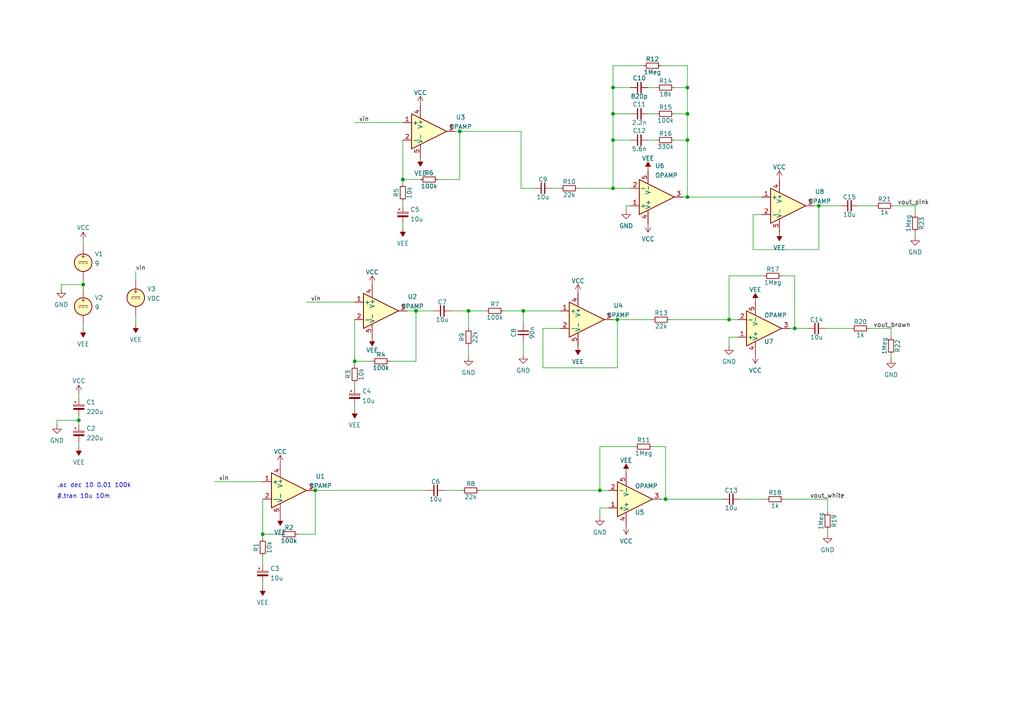
<source format=kicad_sch>
(kicad_sch (version 20211123) (generator eeschema)
  (paper "A4")
  (title_block (title "Colored noise generator (Ngspice simulation)") (date "2022-02-03") (rev "v1.0") (company "www.justin-silver.com") (comment 1 "Justin Silver"))
  (lib_symbols
    (symbol "Device:C_Polarized_Small" (pin_numbers hide) (pin_names (offset 0.254) hide)
      (property "Reference" "C" (at 0.254 1.778 0))
      (property "Value" "C_Polarized_Small" (at 0.254 -2.032 0))
      (symbol "C_Polarized_Small_0_1"
        (rectangle (start -1.524 -0.3048) (end 1.524 -0.6858) (fill (type outline)))
        (rectangle (start -1.524 0.6858) (end 1.524 0.3048))
        (polyline (pts (xy -1.27 1.524) (xy -0.762 1.524)))
        (polyline (pts (xy -1.016 1.27) (xy -1.016 1.778)))
      )
      (symbol "C_Polarized_Small_1_1"
        (pin passive line (at 0 2.54 270) (length 1.8542) (name "~") (number "1"))
        (pin passive line (at 0 -2.54 90) (length 1.8542) (name "~") (number "2"))
      )
    )
    (symbol "Device:C_Small" (pin_numbers hide) (pin_names (offset 0.254) hide)
      (property "Reference" "C" (at 0.254 1.778 0))
      (property "Value" "C_Small" (at 0.254 -2.032 0))
      (symbol "C_Small_0_1"
        (polyline (pts (xy -1.524 -0.508) (xy 1.524 -0.508)) (stroke (width 0.3302)))
        (polyline (pts (xy -1.524 0.508) (xy 1.524 0.508)) (stroke (width 0.3048)))
      )
      (symbol "C_Small_1_1"
        (pin passive line (at 0 2.54 270) (length 2.032) (name "~") (number "1"))
        (pin passive line (at 0 -2.54 90) (length 2.032) (name "~") (number "2"))
      )
    )
    (symbol "Device:R_Small" (pin_numbers hide) (pin_names (offset 0.254) hide)
      (property "Reference" "R" (at 0.762 0.508 0))
      (property "Value" "R_Small" (at 0.762 -1.016 0))
      (symbol "R_Small_0_1"
        (rectangle (start -0.762 1.778) (end 0.762 -1.778) (stroke (width 0.2032)))
      )
      (symbol "R_Small_1_1"
        (pin passive line (at 0 2.54 270) (length 0.762) (name "~") (number "1"))
        (pin passive line (at 0 -2.54 90) (length 0.762) (name "~") (number "2"))
      )
    )
    (symbol "Simulation_SPICE:OPAMP" (pin_names (offset 0.254))
      (property "Reference" "U" (at 3.81 3.175 0))
      (property "Value" "OPAMP" (at 3.81 -3.175 0))
      (symbol "OPAMP_0_1"
        (polyline (pts (xy 5.08 0) (xy -5.08 5.08) (xy -5.08 -5.08) (xy 5.08 0)) (stroke (width 0.254)) (fill (type background)))
      )
      (symbol "OPAMP_1_1"
        (pin input line (at -7.62 2.54 0) (length 2.54) (name "+") (number "1"))
        (pin input line (at -7.62 -2.54 0) (length 2.54) (name "-") (number "2"))
        (pin output line (at 7.62 0 180) (length 2.54) (name "~") (number "3"))
        (pin power_in line (at -2.54 7.62 270) (length 3.81) (name "V+") (number "4"))
        (pin power_in line (at -2.54 -7.62 90) (length 3.81) (name "V-") (number "5"))
      )
    )
    (symbol "Simulation_SPICE:VDC" (pin_numbers hide) (pin_names (offset 0.0254))
      (property "Reference" "V" (at 2.54 2.54 0))
      (property "Value" "VDC" (at 2.54 0 0))
      (property "Spice_Model" "dc(1)" (at 2.54 -2.54 0))
      (symbol "VDC_0_0"
        (polyline (pts (xy -1.27 0.254) (xy 1.27 0.254)))
        (polyline (pts (xy -0.762 -0.254) (xy -1.27 -0.254)))
        (polyline (pts (xy 0.254 -0.254) (xy -0.254 -0.254)))
        (polyline (pts (xy 1.27 -0.254) (xy 0.762 -0.254)))
        (text "+" (at 0 1.905 0) (effects (font (size 1.27 1.27))))
      )
      (symbol "VDC_0_1"
        (circle (center 0 0) (radius 2.54) (stroke (width 0.254)) (fill (type background)))
      )
      (symbol "VDC_1_1"
        (pin passive line (at 0 5.08 270) (length 2.54) (name "~") (number "1"))
        (pin passive line (at 0 -5.08 90) (length 2.54) (name "~") (number "2"))
      )
    )
    (symbol "power:GND" (power) (pin_names (offset 0))
      (property "Value" "GND" (at 0 -3.81 0))
      (symbol "GND_0_1"
        (polyline (pts (xy 0 0) (xy 0 -1.27) (xy 1.27 -1.27) (xy 0 -2.54) (xy -1.27 -1.27) (xy 0 -1.27)))
      )
      (symbol "GND_1_1"
        (pin power_in line (at 0 0 270) (length 0) hide (name "GND") (number "1"))
      )
    )
    (symbol "power:VCC" (power) (pin_names (offset 0))
      (property "Value" "VCC" (at 0 3.81 0))
      (symbol "VCC_0_1"
        (polyline (pts (xy -0.762 1.27) (xy 0 2.54)))
        (polyline (pts (xy 0 0) (xy 0 2.54)))
        (polyline (pts (xy 0 2.54) (xy 0.762 1.27)))
      )
      (symbol "VCC_1_1"
        (pin power_in line (at 0 0 90) (length 0) hide (name "VCC") (number "1"))
      )
    )
    (symbol "power:VEE" (power) (pin_names (offset 0))
      (property "Value" "VEE" (at 0 3.81 0))
      (symbol "VEE_0_1"
        (polyline (pts (xy 0 0) (xy 0 2.54)))
        (polyline (pts (xy 0.762 1.27) (xy -0.762 1.27) (xy 0 2.54) (xy 0.762 1.27)) (fill (type outline)))
      )
      (symbol "VEE_1_1"
        (pin power_in line (at 0 0 90) (length 0) hide (name "VEE") (number "1"))
      )
    )
  )
  (junction (at 120.65 90.17))
  (junction (at 22.86 121.92))
  (junction (at 116.84 52.07))
  (junction (at 76.2 154.94))
  (junction (at 211.455 92.71))
  (junction (at 173.99 142.24))
  (junction (at 199.39 33.02))
  (junction (at 177.8 25.4))
  (junction (at 177.8 54.61))
  (junction (at 177.8 40.64))
  (junction (at 151.765 90.17))
  (junction (at 193.04 144.78))
  (junction (at 91.44 142.24))
  (junction (at 24.13 82.55))
  (junction (at 237.49 59.69))
  (junction (at 199.39 57.15))
  (junction (at 102.87 104.775))
  (junction (at 199.39 25.4))
  (junction (at 133.35 38.1))
  (junction (at 199.39 40.64))
  (junction (at 177.8 33.02))
  (junction (at 230.505 95.25))
  (junction (at 179.07 92.71))
  (junction (at 135.89 90.17))
  (wire (pts (xy 116.84 52.07) (xy 116.84 53.34)))
  (wire (pts (xy 227.33 144.78) (xy 240.03 144.78)))
  (wire (pts (xy 116.84 58.42) (xy 116.84 59.69)))
  (wire (pts (xy 187.96 25.4) (xy 190.5 25.4)))
  (wire (pts (xy 211.455 80.01) (xy 221.615 80.01)))
  (wire (pts (xy 116.84 52.07) (xy 121.92 52.07)))
  (wire (pts (xy 102.87 92.71) (xy 102.87 104.775)))
  (wire (pts (xy 39.37 91.44) (xy 39.37 93.98)))
  (wire (pts (xy 39.37 78.74) (xy 39.37 81.28)))
  (wire (pts (xy 133.35 52.07) (xy 133.35 38.1)))
  (wire (pts (xy 118.11 90.17) (xy 120.65 90.17)))
  (wire (pts (xy 237.49 72.39) (xy 237.49 59.69)))
  (wire (pts (xy 17.78 83.82) (xy 17.78 82.55)))
  (wire (pts (xy 157.48 95.25) (xy 157.48 106.68)))
  (wire (pts (xy 214.63 144.78) (xy 222.25 144.78)))
  (wire (pts (xy 102.87 111.125) (xy 102.87 112.395)))
  (wire (pts (xy 195.58 40.64) (xy 199.39 40.64)))
  (wire (pts (xy 213.995 97.79) (xy 211.455 97.79)))
  (wire (pts (xy 177.8 19.05) (xy 177.8 25.4)))
  (wire (pts (xy 179.07 92.71) (xy 177.8 92.71)))
  (wire (pts (xy 199.39 57.15) (xy 198.12 57.15)))
  (wire (pts (xy 76.2 154.94) (xy 81.28 154.94)))
  (wire (pts (xy 195.58 25.4) (xy 199.39 25.4)))
  (wire (pts (xy 135.89 100.33) (xy 135.89 103.505)))
  (wire (pts (xy 177.8 40.64) (xy 177.8 54.61)))
  (wire (pts (xy 22.86 121.92) (xy 22.86 123.19)))
  (wire (pts (xy 181.61 59.69) (xy 181.61 60.96)))
  (wire (pts (xy 193.04 144.78) (xy 209.55 144.78)))
  (wire (pts (xy 102.87 35.56) (xy 116.84 35.56)))
  (wire (pts (xy 120.65 90.17) (xy 125.73 90.17)))
  (wire (pts (xy 130.81 90.17) (xy 135.89 90.17)))
  (wire (pts (xy 157.48 95.25) (xy 162.56 95.25)))
  (wire (pts (xy 218.44 72.39) (xy 237.49 72.39)))
  (wire (pts (xy 86.36 154.94) (xy 91.44 154.94)))
  (wire (pts (xy 230.505 95.25) (xy 230.505 80.01)))
  (wire (pts (xy 265.43 59.69) (xy 265.43 62.23)))
  (wire (pts (xy 173.99 142.24) (xy 176.53 142.24)))
  (wire (pts (xy 24.13 69.85) (xy 24.13 71.12)))
  (wire (pts (xy 240.03 144.78) (xy 240.03 148.59)))
  (wire (pts (xy 120.65 90.17) (xy 120.65 104.775)))
  (wire (pts (xy 135.89 90.17) (xy 140.97 90.17)))
  (wire (pts (xy 220.98 62.23) (xy 218.44 62.23)))
  (wire (pts (xy 230.505 95.25) (xy 234.315 95.25)))
  (wire (pts (xy 102.87 104.775) (xy 102.87 106.045)))
  (wire (pts (xy 193.04 144.78) (xy 193.04 129.54)))
  (wire (pts (xy 102.87 117.475) (xy 102.87 118.745)))
  (wire (pts (xy 248.92 59.69) (xy 254 59.69)))
  (wire (pts (xy 135.89 90.17) (xy 135.89 95.25)))
  (wire (pts (xy 132.08 38.1) (xy 133.35 38.1)))
  (wire (pts (xy 179.07 92.71) (xy 179.07 106.68)))
  (wire (pts (xy 177.8 33.02) (xy 177.8 40.64)))
  (wire (pts (xy 199.39 40.64) (xy 199.39 57.15)))
  (wire (pts (xy 237.49 59.69) (xy 236.22 59.69)))
  (wire (pts (xy 191.77 19.05) (xy 199.39 19.05)))
  (wire (pts (xy 189.23 129.54) (xy 193.04 129.54)))
  (wire (pts (xy 177.8 25.4) (xy 182.88 25.4)))
  (wire (pts (xy 24.13 93.98) (xy 24.13 95.25)))
  (wire (pts (xy 199.39 33.02) (xy 199.39 40.64)))
  (wire (pts (xy 239.395 95.25) (xy 247.015 95.25)))
  (wire (pts (xy 199.39 25.4) (xy 199.39 33.02)))
  (wire (pts (xy 151.765 99.06) (xy 151.765 102.87)))
  (wire (pts (xy 146.05 90.17) (xy 151.765 90.17)))
  (wire (pts (xy 258.445 102.87) (xy 258.445 104.14)))
  (wire (pts (xy 265.43 67.31) (xy 265.43 68.58)))
  (wire (pts (xy 157.48 106.68) (xy 179.07 106.68)))
  (wire (pts (xy 116.84 40.64) (xy 116.84 52.07)))
  (wire (pts (xy 139.065 142.24) (xy 173.99 142.24)))
  (wire (pts (xy 127 52.07) (xy 133.35 52.07)))
  (wire (pts (xy 199.39 57.15) (xy 220.98 57.15)))
  (wire (pts (xy 76.2 144.78) (xy 76.2 154.94)))
  (wire (pts (xy 22.86 128.27) (xy 22.86 129.54)))
  (wire (pts (xy 116.84 64.77) (xy 116.84 66.04)))
  (wire (pts (xy 76.2 154.94) (xy 76.2 156.21)))
  (wire (pts (xy 177.8 40.64) (xy 182.88 40.64)))
  (wire (pts (xy 128.905 142.24) (xy 133.985 142.24)))
  (wire (pts (xy 173.99 129.54) (xy 184.15 129.54)))
  (wire (pts (xy 230.505 95.25) (xy 229.235 95.25)))
  (wire (pts (xy 252.095 95.25) (xy 258.445 95.25)))
  (wire (pts (xy 102.87 104.775) (xy 107.95 104.775)))
  (wire (pts (xy 167.64 54.61) (xy 177.8 54.61)))
  (wire (pts (xy 182.88 59.69) (xy 181.61 59.69)))
  (wire (pts (xy 193.04 144.78) (xy 191.77 144.78)))
  (wire (pts (xy 151.13 54.61) (xy 154.94 54.61)))
  (wire (pts (xy 177.8 25.4) (xy 177.8 33.02)))
  (wire (pts (xy 187.96 40.64) (xy 190.5 40.64)))
  (wire (pts (xy 186.69 19.05) (xy 177.8 19.05)))
  (wire (pts (xy 88.9 87.63) (xy 102.87 87.63)))
  (wire (pts (xy 151.765 90.17) (xy 151.765 93.98)))
  (wire (pts (xy 91.44 142.24) (xy 123.825 142.24)))
  (wire (pts (xy 195.58 33.02) (xy 199.39 33.02)))
  (wire (pts (xy 62.23 139.7) (xy 76.2 139.7)))
  (wire (pts (xy 187.96 33.02) (xy 190.5 33.02)))
  (wire (pts (xy 22.86 114.3) (xy 22.86 115.57)))
  (wire (pts (xy 259.08 59.69) (xy 265.43 59.69)))
  (wire (pts (xy 133.35 38.1) (xy 151.13 38.1)))
  (wire (pts (xy 17.78 82.55) (xy 24.13 82.55)))
  (wire (pts (xy 199.39 19.05) (xy 199.39 25.4)))
  (wire (pts (xy 173.99 129.54) (xy 173.99 142.24)))
  (wire (pts (xy 226.695 80.01) (xy 230.505 80.01)))
  (wire (pts (xy 76.2 161.29) (xy 76.2 163.83)))
  (wire (pts (xy 16.51 121.92) (xy 22.86 121.92)))
  (wire (pts (xy 211.455 80.01) (xy 211.455 92.71)))
  (wire (pts (xy 91.44 154.94) (xy 91.44 142.24)))
  (wire (pts (xy 151.765 90.17) (xy 162.56 90.17)))
  (wire (pts (xy 211.455 92.71) (xy 213.995 92.71)))
  (wire (pts (xy 16.51 123.19) (xy 16.51 121.92)))
  (wire (pts (xy 24.13 82.55) (xy 24.13 83.82)))
  (wire (pts (xy 177.8 33.02) (xy 182.88 33.02)))
  (wire (pts (xy 258.445 95.25) (xy 258.445 97.79)))
  (wire (pts (xy 113.03 104.775) (xy 120.65 104.775)))
  (wire (pts (xy 177.8 54.61) (xy 182.88 54.61)))
  (wire (pts (xy 240.03 153.67) (xy 240.03 154.94)))
  (wire (pts (xy 218.44 62.23) (xy 218.44 72.39)))
  (wire (pts (xy 211.455 97.79) (xy 211.455 100.33)))
  (wire (pts (xy 160.02 54.61) (xy 162.56 54.61)))
  (wire (pts (xy 176.53 147.32) (xy 173.99 147.32)))
  (wire (pts (xy 76.2 168.91) (xy 76.2 170.18)))
  (wire (pts (xy 24.13 81.28) (xy 24.13 82.55)))
  (wire (pts (xy 173.99 147.32) (xy 173.99 149.86)))
  (wire (pts (xy 194.31 92.71) (xy 211.455 92.71)))
  (wire (pts (xy 151.13 38.1) (xy 151.13 54.61)))
  (wire (pts (xy 179.07 92.71) (xy 189.23 92.71)))
  (wire (pts (xy 22.86 120.65) (xy 22.86 121.92)))
  (wire (pts (xy 237.49 59.69) (xy 243.84 59.69)))
  (text "#.tran 10u 10m" (at 16.51 144.78 0) (effects (font (size 1.27 1.27)) (justify left bottom)))
  (text ".ac dec 10 0.01 100k\n" (at 16.51 141.605 0) (effects (font (size 1.27 1.27)) (justify left bottom)))
  (label "vout_brown" (at 253.365 95.25 0))
  (label "vin" (at 63.5 139.7 0))
  (label "vin" (at 104.14 35.56 0))
  (label "vin" (at 39.37 78.74 0))
  (label "vin" (at 90.17 87.63 0))
  (label "vout_white" (at 234.95 144.78 0))
  (label "vout_pink" (at 260.35 59.69 0))
  (symbol (lib_id "power:VEE") (at 116.84 66.04 180) (unit 1)
    (property "Reference" "#PWR014" (effects hide))
    (property "Value" "VEE" (at 116.84 70.6025 0))
  )
  (symbol (lib_id "Simulation_SPICE:OPAMP") (at 83.82 142.24 0) (unit 1)
    (property "Reference" "U1" (at 92.9466 138.1465 0))
    (property "Value" "OPAMP" (at 92.9466 140.9216 0))
    (property "Spice_Netlist_Enabled" "Y" (effects hide))
    (property "Spice_Primitive" "X" (effects hide))
    (property "Spice_Model" "AD8051" (effects hide))
    (property "Spice_Node_Sequence" "1 2 4 5 3" (effects hide))
    (property "Spice_Lib_File" "libraries/ad8051.lib" (effects hide))
  )
  (symbol (lib_id "power:VCC") (at 187.96 64.77 0) (mirror x) (unit 1)
    (property "Reference" "#PWR026" (effects hide))
    (property "Value" "VCC" (at 187.96 69.3325 0))
  )
  (symbol (lib_id "Device:R_Small") (at 265.43 64.77 0) (mirror x) (unit 1)
    (property "Reference" "R23" (at 267.335 64.77 90))
    (property "Value" "1Meg" (at 263.525 64.77 90))
    (property "Spice_Primitive" "R" (effects hide))
  )
  (symbol (lib_id "Device:R_Small") (at 143.51 90.17 270) (mirror x) (unit 1)
    (property "Reference" "R7" (at 143.51 88.265 90))
    (property "Value" "100k" (at 143.51 92.075 90))
    (property "Spice_Primitive" "R" (effects hide))
  )
  (symbol (lib_id "Device:C_Small") (at 128.27 90.17 90) (unit 1)
    (property "Reference" "C7" (at 128.27 87.63 90))
    (property "Value" "10u" (at 128.27 92.71 90))
    (property "Spice_Primitive" "C" (effects hide))
  )
  (symbol (lib_id "power:GND") (at 181.61 60.96 0) (unit 1)
    (property "Reference" "#PWR022" (effects hide))
    (property "Value" "GND" (at 181.61 65.5225 0))
  )
  (symbol (lib_id "power:GND") (at 17.78 83.82 0) (unit 1)
    (property "Reference" "#PWR02" (effects hide))
    (property "Value" "GND" (at 17.78 88.3825 0))
  )
  (symbol (lib_id "power:VEE") (at 167.64 100.33 180) (unit 1)
    (property "Reference" "#PWR020" (effects hide))
    (property "Value" "VEE" (at 167.64 104.8925 0))
  )
  (symbol (lib_id "Device:R_Small") (at 110.49 104.775 90) (unit 1)
    (property "Reference" "R4" (at 110.49 102.87 90))
    (property "Value" "100k" (at 110.49 106.68 90))
    (property "Spice_Primitive" "R" (effects hide))
  )
  (symbol (lib_id "Simulation_SPICE:OPAMP") (at 184.15 144.78 0) (mirror x) (unit 1)
    (property "Reference" "U5" (at 184.15 148.59 0) (effects (justify left)))
    (property "Value" "OPAMP" (at 184.15 140.97 0) (effects (justify left)))
    (property "Spice_Netlist_Enabled" "Y" (effects hide))
    (property "Spice_Primitive" "X" (effects hide))
    (property "Spice_Model" "AD8051" (effects hide))
    (property "Spice_Node_Sequence" "1 2 4 5 3" (effects hide))
    (property "Spice_Lib_File" "libraries/ad8051.lib" (effects hide))
  )
  (symbol (lib_id "power:VCC") (at 22.86 114.3 0) (unit 1)
    (property "Reference" "#PWR03" (effects hide))
    (property "Value" "VCC" (at 22.86 110.49 0))
  )
  (symbol (lib_id "Simulation_SPICE:OPAMP") (at 228.6 59.69 0) (unit 1)
    (property "Reference" "U8" (at 237.7266 55.5965 0))
    (property "Value" "OPAMP" (at 237.7266 58.3716 0))
    (property "Spice_Netlist_Enabled" "Y" (effects hide))
    (property "Spice_Primitive" "X" (effects hide))
    (property "Spice_Model" "AD8051" (effects hide))
    (property "Spice_Node_Sequence" "1 2 4 5 3" (effects hide))
    (property "Spice_Lib_File" "libraries/ad8051.lib" (effects hide))
  )
  (symbol (lib_id "Simulation_SPICE:OPAMP") (at 221.615 95.25 0) (mirror x) (unit 1)
    (property "Reference" "U7" (at 221.615 99.06 0) (effects (justify left)))
    (property "Value" "OPAMP" (at 221.615 91.44 0) (effects (justify left)))
    (property "Spice_Netlist_Enabled" "Y" (effects hide))
    (property "Spice_Primitive" "X" (effects hide))
    (property "Spice_Model" "AD8051" (effects hide))
    (property "Spice_Node_Sequence" "1 2 4 5 3" (effects hide))
    (property "Spice_Lib_File" "libraries/ad8051.lib" (effects hide))
  )
  (symbol (lib_id "Device:R_Small") (at 193.04 33.02 90) (unit 1)
    (property "Reference" "R15" (at 193.04 31.115 90))
    (property "Value" "100k" (at 193.04 34.925 90))
    (property "Spice_Primitive" "R" (effects hide))
  )
  (symbol (lib_id "Device:C_Small") (at 185.42 40.64 90) (unit 1)
    (property "Reference" "C12" (at 185.4263 37.8864 90))
    (property "Value" "5.6n" (at 185.42 43.18 90))
    (property "Spice_Primitive" "C" (effects hide))
  )
  (symbol (lib_id "power:VCC") (at 181.61 152.4 180) (unit 1)
    (property "Reference" "#PWR024" (effects hide))
    (property "Value" "VCC" (at 181.61 156.9625 0))
  )
  (symbol (lib_id "power:GND") (at 173.99 149.86 0) (unit 1)
    (property "Reference" "#PWR021" (effects hide))
    (property "Value" "GND" (at 173.99 154.4225 0))
  )
  (symbol (lib_id "power:GND") (at 135.89 103.505 0) (unit 1)
    (property "Reference" "#PWR017" (effects hide))
    (property "Value" "GND" (at 135.89 108.0675 0))
  )
  (symbol (lib_id "Device:R_Small") (at 186.69 129.54 90) (unit 1)
    (property "Reference" "R11" (at 186.69 127.635 90))
    (property "Value" "1Meg" (at 186.69 131.445 90))
    (property "Spice_Primitive" "R" (effects hide))
  )
  (symbol (lib_id "power:GND") (at 151.765 102.87 0) (unit 1)
    (property "Reference" "#PWR018" (effects hide))
    (property "Value" "GND" (at 151.765 107.4325 0))
  )
  (symbol (lib_id "power:GND") (at 16.51 123.19 0) (unit 1)
    (property "Reference" "#PWR01" (effects hide))
    (property "Value" "GND" (at 16.51 127.7525 0))
  )
  (symbol (lib_id "Simulation_SPICE:OPAMP") (at 190.5 57.15 0) (mirror x) (unit 1)
    (property "Reference" "U6" (at 189.9794 48.1035 0) (effects (justify left)))
    (property "Value" "OPAMP" (at 189.9794 50.8786 0) (effects (justify left)))
    (property "Spice_Netlist_Enabled" "Y" (effects hide))
    (property "Spice_Primitive" "X" (effects hide))
    (property "Spice_Model" "AD8051" (effects hide))
    (property "Spice_Node_Sequence" "1 2 4 5 3" (effects hide))
    (property "Spice_Lib_File" "libraries/ad8051.lib" (effects hide))
  )
  (symbol (lib_id "Device:R_Small") (at 189.23 19.05 90) (unit 1)
    (property "Reference" "R12" (at 189.23 17.145 90))
    (property "Value" "1Meg" (at 189.23 20.955 90))
    (property "Spice_Primitive" "R" (effects hide))
  )
  (symbol (lib_id "Simulation_SPICE:OPAMP") (at 124.46 38.1 0) (unit 1)
    (property "Reference" "U3" (at 133.5866 34.0065 0))
    (property "Value" "OPAMP" (at 133.5866 36.7816 0))
    (property "Spice_Netlist_Enabled" "Y" (effects hide))
    (property "Spice_Primitive" "X" (effects hide))
    (property "Spice_Model" "AD8051" (effects hide))
    (property "Spice_Node_Sequence" "1 2 4 5 3" (effects hide))
    (property "Spice_Lib_File" "libraries/ad8051.lib" (effects hide))
  )
  (symbol (lib_id "Device:R_Small") (at 240.03 151.13 0) (mirror x) (unit 1)
    (property "Reference" "R19" (at 241.935 151.13 90))
    (property "Value" "1Meg" (at 238.125 151.13 90))
    (property "Spice_Primitive" "R" (effects hide))
  )
  (symbol (lib_id "Device:C_Small") (at 126.365 142.24 90) (unit 1)
    (property "Reference" "C6" (at 126.365 139.7 90))
    (property "Value" "10u" (at 126.365 144.78 90))
    (property "Spice_Primitive" "C" (effects hide))
  )
  (symbol (lib_id "Device:R_Small") (at 191.77 92.71 270) (mirror x) (unit 1)
    (property "Reference" "R13" (at 191.77 90.805 90))
    (property "Value" "22k" (at 191.77 94.615 90))
    (property "Spice_Primitive" "R" (effects hide))
  )
  (symbol (lib_id "Device:R_Small") (at 76.2 158.75 180) (unit 1)
    (property "Reference" "R1" (at 74.295 158.75 90))
    (property "Value" "10k" (at 78.105 158.75 90))
    (property "Spice_Primitive" "R" (effects hide))
  )
  (symbol (lib_id "Device:R_Small") (at 249.555 95.25 90) (unit 1)
    (property "Reference" "R20" (at 249.555 93.345 90))
    (property "Value" "1k" (at 249.555 97.155 90))
    (property "Spice_Primitive" "R" (effects hide))
  )
  (symbol (lib_id "Simulation_SPICE:OPAMP") (at 110.49 90.17 0) (unit 1)
    (property "Reference" "U2" (at 119.6166 86.0765 0))
    (property "Value" "OPAMP" (at 119.6166 88.8516 0))
    (property "Spice_Netlist_Enabled" "Y" (effects hide))
    (property "Spice_Primitive" "X" (effects hide))
    (property "Spice_Model" "AD8051" (effects hide))
    (property "Spice_Node_Sequence" "1 2 4 5 3" (effects hide))
    (property "Spice_Lib_File" "libraries/ad8051.lib" (effects hide))
  )
  (symbol (lib_id "power:VEE") (at 102.87 118.745 180) (unit 1)
    (property "Reference" "#PWR011" (effects hide))
    (property "Value" "VEE" (at 102.87 123.3075 0))
  )
  (symbol (lib_id "Device:R_Small") (at 124.46 52.07 90) (unit 1)
    (property "Reference" "R6" (at 124.46 50.165 90))
    (property "Value" "100k" (at 124.46 53.975 90))
    (property "Spice_Primitive" "R" (effects hide))
  )
  (symbol (lib_id "power:VEE") (at 226.06 67.31 180) (unit 1)
    (property "Reference" "#PWR031" (effects hide))
    (property "Value" "VEE" (at 226.06 71.8725 0))
  )
  (symbol (lib_id "Device:C_Polarized_Small") (at 102.87 114.935 0) (unit 1)
    (property "Reference" "C4" (at 105.029 113.4804 0) (effects (justify left)))
    (property "Value" "10u" (at 105.029 116.2555 0) (effects (justify left)))
    (property "Spice_Primitive" "C" (effects hide))
  )
  (symbol (lib_id "Device:C_Small") (at 246.38 59.69 90) (unit 1)
    (property "Reference" "C15" (at 246.38 57.15 90))
    (property "Value" "10u" (at 246.38 62.23 90))
    (property "Spice_Primitive" "C" (effects hide))
  )
  (symbol (lib_id "Device:R_Small") (at 256.54 59.69 90) (unit 1)
    (property "Reference" "R21" (at 256.54 57.785 90))
    (property "Value" "1k" (at 256.54 61.595 90))
    (property "Spice_Primitive" "R" (effects hide))
  )
  (symbol (lib_id "power:VCC") (at 167.64 85.09 0) (unit 1)
    (property "Reference" "#PWR019" (effects hide))
    (property "Value" "VCC" (at 167.64 81.4855 0))
  )
  (symbol (lib_id "Simulation_SPICE:VDC") (at 39.37 86.36 0) (unit 1)
    (property "Reference" "V3" (at 42.672 83.8146 0) (effects (justify left)))
    (property "Value" "VDC" (at 42.672 86.5897 0) (effects (justify left)))
    (property "Spice_Netlist_Enabled" "Y" (effects hide))
    (property "Spice_Primitive" "V" (effects hide))
    (property "Spice_Model" "dc 9 ac 10m sin(9 10m 1k)" (at 42.672 89.3648 0) (effects (justify left)))
  )
  (symbol (lib_id "Simulation_SPICE:VDC") (at 24.13 88.9 0) (unit 1)
    (property "Reference" "V2" (at 27.432 86.3546 0) (effects (justify left)))
    (property "Value" "VDC" (at 27.432 89.1297 0) (effects (justify left)))
    (property "Spice_Netlist_Enabled" "Y" (effects hide))
    (property "Spice_Primitive" "V" (effects hide))
    (property "Spice_Model" "dc(9)" (at 27.432 91.9048 0) (effects (justify left)))
  )
  (symbol (lib_id "Device:R_Small") (at 193.04 25.4 90) (unit 1)
    (property "Reference" "R14" (at 193.04 23.495 90))
    (property "Value" "18k" (at 193.04 27.305 90))
    (property "Spice_Primitive" "R" (effects hide))
  )
  (symbol (lib_id "power:VCC") (at 121.92 30.48 0) (unit 1)
    (property "Reference" "#PWR015" (effects hide))
    (property "Value" "VCC" (at 121.92 26.8755 0))
  )
  (symbol (lib_id "Device:R_Small") (at 165.1 54.61 90) (unit 1)
    (property "Reference" "R10" (at 165.1 52.705 90))
    (property "Value" "22k" (at 165.1 56.515 90))
    (property "Spice_Primitive" "R" (effects hide))
  )
  (symbol (lib_id "Device:C_Small") (at 185.42 33.02 90) (unit 1)
    (property "Reference" "C11" (at 185.4263 30.2664 90))
    (property "Value" "2.2n" (at 185.42 35.56 90))
    (property "Spice_Primitive" "C" (effects hide))
  )
  (symbol (lib_id "Device:C_Small") (at 236.855 95.25 90) (unit 1)
    (property "Reference" "C14" (at 236.855 92.71 90))
    (property "Value" "10u" (at 236.855 97.79 90))
    (property "Spice_Primitive" "C" (effects hide))
  )
  (symbol (lib_id "Device:C_Polarized_Small") (at 76.2 166.37 0) (unit 1)
    (property "Reference" "C3" (at 78.359 164.9154 0) (effects (justify left)))
    (property "Value" "10u" (at 78.359 167.6905 0) (effects (justify left)))
    (property "Spice_Primitive" "C" (effects hide))
  )
  (symbol (lib_id "power:GND") (at 240.03 154.94 0) (unit 1)
    (property "Reference" "#PWR032" (effects hide))
    (property "Value" "GND" (at 240.03 159.5025 0))
  )
  (symbol (lib_id "Device:R_Small") (at 136.525 142.24 90) (unit 1)
    (property "Reference" "R8" (at 136.525 140.335 90))
    (property "Value" "22k" (at 136.525 144.145 90))
    (property "Spice_Primitive" "R" (effects hide))
  )
  (symbol (lib_id "Device:C_Small") (at 212.09 144.78 90) (unit 1)
    (property "Reference" "C13" (at 212.09 142.24 90))
    (property "Value" "10u" (at 212.09 147.32 90))
    (property "Spice_Primitive" "C" (effects hide))
  )
  (symbol (lib_id "Simulation_SPICE:VDC") (at 24.13 76.2 0) (unit 1)
    (property "Reference" "V1" (at 27.432 73.6546 0) (effects (justify left)))
    (property "Value" "VDC" (at 27.432 76.4297 0) (effects (justify left)))
    (property "Spice_Netlist_Enabled" "Y" (effects hide))
    (property "Spice_Primitive" "V" (effects hide))
    (property "Spice_Model" "dc(9)" (at 27.432 79.2048 0) (effects (justify left)))
  )
  (symbol (lib_id "Device:R_Small") (at 116.84 55.88 180) (unit 1)
    (property "Reference" "R5" (at 114.935 55.88 90))
    (property "Value" "10k" (at 118.745 55.88 90))
    (property "Spice_Primitive" "R" (effects hide))
  )
  (symbol (lib_id "Device:C_Polarized_Small") (at 22.86 118.11 0) (unit 1)
    (property "Reference" "C1" (at 25.019 116.6554 0) (effects (justify left)))
    (property "Value" "220u" (at 25.019 119.4305 0) (effects (justify left)))
    (property "Spice_Primitive" "C" (effects hide))
  )
  (symbol (lib_id "power:VEE") (at 219.075 87.63 0) (unit 1)
    (property "Reference" "#PWR028" (effects hide))
    (property "Value" "VEE" (at 219.075 84.0255 0))
  )
  (symbol (lib_id "Device:R_Small") (at 224.155 80.01 90) (unit 1)
    (property "Reference" "R17" (at 224.155 78.105 90))
    (property "Value" "1Meg" (at 224.155 81.915 90))
    (property "Spice_Primitive" "R" (effects hide))
  )
  (symbol (lib_id "Device:R_Small") (at 83.82 154.94 90) (unit 1)
    (property "Reference" "R2" (at 83.82 153.035 90))
    (property "Value" "100k" (at 83.82 156.845 90))
    (property "Spice_Primitive" "R" (effects hide))
  )
  (symbol (lib_id "Device:R_Small") (at 224.79 144.78 90) (unit 1)
    (property "Reference" "R18" (at 224.79 142.875 90))
    (property "Value" "1k" (at 224.79 146.685 90))
    (property "Spice_Primitive" "R" (effects hide))
  )
  (symbol (lib_id "power:VCC") (at 219.075 102.87 180) (unit 1)
    (property "Reference" "#PWR029" (effects hide))
    (property "Value" "VCC" (at 219.075 107.4325 0))
  )
  (symbol (lib_id "power:VEE") (at 107.95 97.79 180) (unit 1)
    (property "Reference" "#PWR013" (effects hide))
    (property "Value" "VEE" (at 107.95 101.6 0))
  )
  (symbol (lib_id "power:VCC") (at 81.28 134.62 0) (unit 1)
    (property "Reference" "#PWR09" (effects hide))
    (property "Value" "VCC" (at 81.28 131.0155 0))
  )
  (symbol (lib_id "Simulation_SPICE:OPAMP") (at 170.18 92.71 0) (unit 1)
    (property "Reference" "U4" (at 179.3066 88.6165 0))
    (property "Value" "OPAMP" (at 179.3066 91.3916 0))
    (property "Spice_Netlist_Enabled" "Y" (effects hide))
    (property "Spice_Primitive" "X" (effects hide))
    (property "Spice_Model" "AD8051" (effects hide))
    (property "Spice_Node_Sequence" "1 2 4 5 3" (effects hide))
    (property "Spice_Lib_File" "libraries/ad8051.lib" (effects hide))
  )
  (symbol (lib_id "Device:C_Small") (at 157.48 54.61 90) (unit 1)
    (property "Reference" "C9" (at 157.48 52.07 90))
    (property "Value" "10u" (at 157.48 57.15 90))
    (property "Spice_Primitive" "C" (effects hide))
  )
  (symbol (lib_id "power:VCC") (at 226.06 52.07 0) (unit 1)
    (property "Reference" "#PWR030" (effects hide))
    (property "Value" "VCC" (at 226.06 48.4655 0))
  )
  (symbol (lib_id "power:VEE") (at 181.61 137.16 0) (unit 1)
    (property "Reference" "#PWR023" (effects hide))
    (property "Value" "VEE" (at 181.61 133.5555 0))
  )
  (symbol (lib_id "power:VEE") (at 121.92 45.72 180) (unit 1)
    (property "Reference" "#PWR016" (effects hide))
    (property "Value" "VEE" (at 121.92 50.2825 0))
  )
  (symbol (lib_id "Device:R_Small") (at 102.87 108.585 180) (unit 1)
    (property "Reference" "R3" (at 100.965 108.585 90))
    (property "Value" "10k" (at 104.775 108.585 90))
    (property "Spice_Primitive" "R" (effects hide))
  )
  (symbol (lib_id "power:VEE") (at 187.96 49.53 0) (unit 1)
    (property "Reference" "#PWR025" (effects hide))
    (property "Value" "VEE" (at 187.96 45.9255 0))
  )
  (symbol (lib_id "power:VEE") (at 39.37 93.98 180) (unit 1)
    (property "Reference" "#PWR07" (effects hide))
    (property "Value" "VEE" (at 39.37 98.5425 0))
  )
  (symbol (lib_id "Device:R_Small") (at 258.445 100.33 0) (mirror x) (unit 1)
    (property "Reference" "R22" (at 260.35 100.33 90))
    (property "Value" "1Meg" (at 256.54 100.33 90))
    (property "Spice_Primitive" "R" (effects hide))
  )
  (symbol (lib_id "Device:C_Polarized_Small") (at 22.86 125.73 0) (unit 1)
    (property "Reference" "C2" (at 25.019 124.2754 0) (effects (justify left)))
    (property "Value" "220u" (at 25.019 127.0505 0) (effects (justify left)))
    (property "Spice_Primitive" "C" (effects hide))
  )
  (symbol (lib_id "Device:C_Small") (at 151.765 96.52 0) (mirror y) (unit 1)
    (property "Reference" "C8" (at 149.0114 96.5263 90))
    (property "Value" "90n" (at 154.305 96.52 90))
    (property "Spice_Primitive" "C" (effects hide))
  )
  (symbol (lib_id "Device:C_Small") (at 185.42 25.4 90) (unit 1)
    (property "Reference" "C10" (at 185.4263 22.6464 90))
    (property "Value" "820p" (at 185.42 27.94 90))
    (property "Spice_Primitive" "C" (effects hide))
  )
  (symbol (lib_id "Device:R_Small") (at 135.89 97.79 0) (mirror y) (unit 1)
    (property "Reference" "R9" (at 133.985 97.79 90))
    (property "Value" "22k" (at 137.795 97.79 90))
    (property "Spice_Primitive" "R" (effects hide))
  )
  (symbol (lib_id "Device:R_Small") (at 193.04 40.64 90) (unit 1)
    (property "Reference" "R16" (at 193.04 38.735 90))
    (property "Value" "330k" (at 193.04 42.545 90))
    (property "Spice_Primitive" "R" (effects hide))
  )
  (symbol (lib_id "power:GND") (at 211.455 100.33 0) (unit 1)
    (property "Reference" "#PWR027" (effects hide))
    (property "Value" "GND" (at 211.455 104.8925 0))
  )
  (symbol (lib_id "power:VCC") (at 24.13 69.85 0) (unit 1)
    (property "Reference" "#PWR05" (effects hide))
    (property "Value" "VCC" (at 24.13 66.04 0))
  )
  (symbol (lib_id "power:VEE") (at 22.86 129.54 180) (unit 1)
    (property "Reference" "#PWR04" (effects hide))
    (property "Value" "VEE" (at 22.86 134.1025 0))
  )
  (symbol (lib_id "power:VEE") (at 76.2 170.18 180) (unit 1)
    (property "Reference" "#PWR08" (effects hide))
    (property "Value" "VEE" (at 76.2 174.7425 0))
  )
  (symbol (lib_id "power:VCC") (at 107.95 82.55 0) (unit 1)
    (property "Reference" "#PWR012" (effects hide))
    (property "Value" "VCC" (at 107.95 78.9455 0))
  )
  (symbol (lib_id "power:GND") (at 265.43 68.58 0) (unit 1)
    (property "Reference" "#PWR034" (effects hide))
    (property "Value" "GND" (at 265.43 73.1425 0))
  )
  (symbol (lib_id "power:VEE") (at 81.28 149.86 180) (unit 1)
    (property "Reference" "#PWR010" (effects hide))
    (property "Value" "VEE" (at 81.28 154.4225 0))
  )
  (symbol (lib_id "power:VEE") (at 24.13 95.25 180) (unit 1)
    (property "Reference" "#PWR06" (effects hide))
    (property "Value" "VEE" (at 24.13 99.8125 0))
  )
  (symbol (lib_id "power:GND") (at 258.445 104.14 0) (unit 1)
    (property "Reference" "#PWR033" (effects hide))
    (property "Value" "GND" (at 258.445 108.7025 0))
  )
  (symbol (lib_id "Device:C_Polarized_Small") (at 116.84 62.23 0) (unit 1)
    (property "Reference" "C5" (at 118.999 60.7754 0) (effects (justify left)))
    (property "Value" "10u" (at 118.999 63.5505 0) (effects (justify left)))
    (property "Spice_Primitive" "C" (effects hide))
  )
)
</source>
